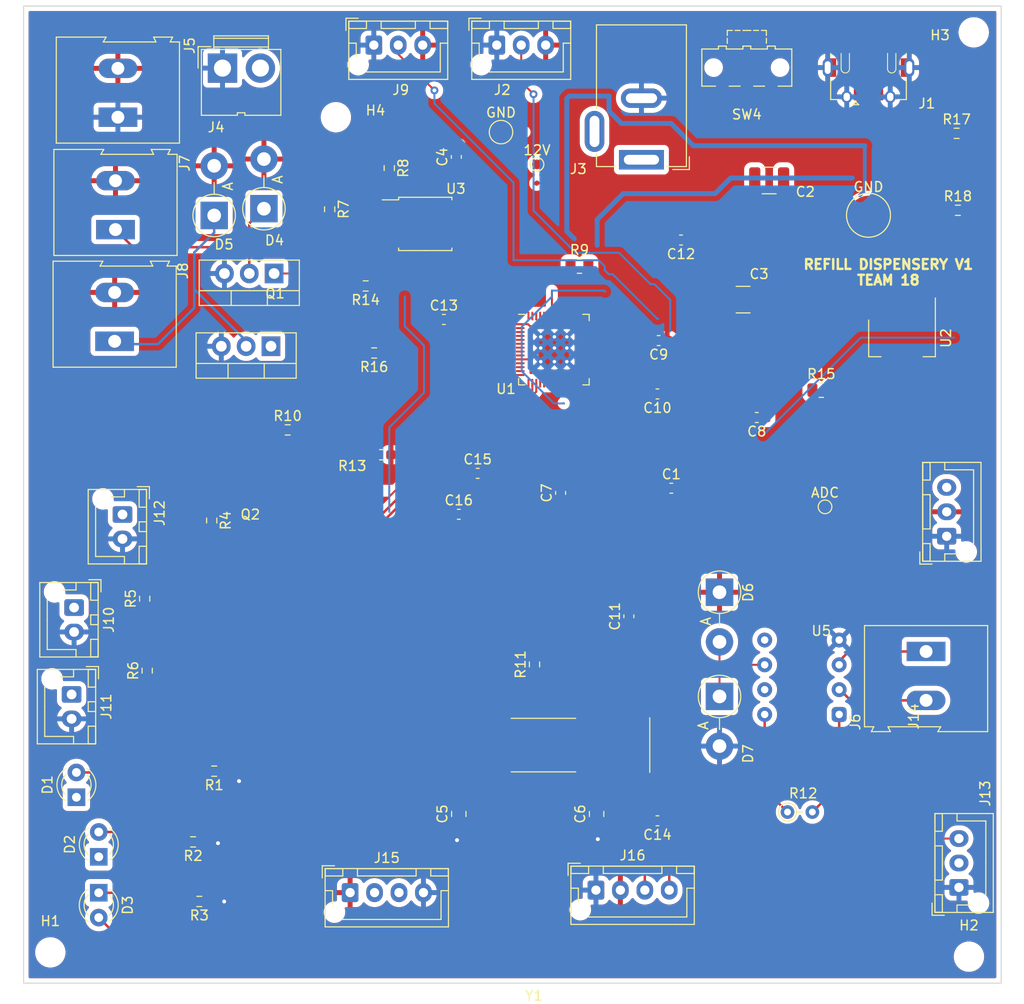
<source format=kicad_pcb>
(kicad_pcb (version 20211014) (generator pcbnew)
  (layers (0 "F.Cu" signal) (31 "B.Cu" signal) (34 "B.Paste" user) (35 "F.Paste" user) (36 "B.SilkS" user "B.Silkscreen") (37 "F.SilkS" user "F.Silkscreen") (38 "B.Mask" user) (39 "F.Mask" user) (44 "Edge.Cuts" user))
  (net 0 "")
  (net 1 "+3.3V")
  (net 2 "/S_SCL")
  (net 3 "GND")
  (net 4 "Net-(C2-Pad1)")
  (net 5 "Net-(C6-Pad2)")
  (net 6 "Net-(D1-Pad1)")
  (net 7 "/LED1")
  (net 8 "Net-(D2-Pad1)")
  (net 9 "/LED2")
  (net 10 "Net-(D3-Pad1)")
  (net 11 "/LED3")
  (net 12 "/ADC0")
  (net 13 "Net-(J1-Pad1)")
  (net 14 "/USB_D-")
  (net 15 "/USB_D+")
  (net 17 "+12V")
  (net 19 "Net-(J4-Pad2)")
  (net 20 "/Load_cell-")
  (net 21 "/Load_cell+")
  (net 22 "/V1")
  (net 23 "/V2")
  (net 24 "/SW1")
  (net 25 "/SW2")
  (net 26 "/SW3")
  (net 27 "/QSPI_SS")
  (net 28 "Net-(R9-Pad2)")
  (net 29 "/S_SDA")
  (net 30 "Net-(R12-Pad1)")
  (net 31 "Net-(R12-Pad2)")
  (net 32 "Net-(R15-Pad2)")
  (net 33 "/P1")
  (net 34 "/P2")
  (net 39 "Net-(C14-Pad1)")
  (net 40 "Net-(C14-Pad2)")
  (net 53 "/QSPI_SD3")
  (net 54 "/QSPI_SCLK")
  (net 55 "/QSPI_SD0")
  (net 56 "/QSPI_SD2")
  (net 57 "/QSPI_SD1")
  (net 58 "+1V1")
  (net 59 "/CLK_IN")
  (net 60 "/CLK_OUT")
  (net 61 "Net-(D4-Pad1)")
  (net 62 "Net-(D5-Pad1)")
  (net 66 "Net-(Q1-Pad1)")
  (net 67 "Net-(Q2-Pad1)")
  (net 68 "/SWD")
  (net 69 "/SWCLK")
  (net 70 "Net-(J14-Pad3)")
  (net 71 "Net-(J2-Pad2)")
  (net 72 "Net-(J9-Pad2)")
  (footprint "Crystal:Crystal_SMD_SeikoEpson_MA505-2Pin_12.7x5.1mm_HandSoldering" (layer "F.Cu") (at 101.2435 149.987 180)
    (fp_text reference "Y1")
    (fp_text value "Crystal")
  )
  (footprint "Diode_THT:D_5W_P5.08mm_Vertical_AnodeUp" (layer "F.Cu") (at 119.253 134.339875 -90)
    (fp_text reference "D6")
    (fp_text value "D")
  )
  (footprint "Capacitor_SMD:C_0603_1608Metric_Pad1.08x0.95mm_HandSolder" (layer "F.Cu") (at 92.583 126.365)
    (fp_text reference "C16")
    (fp_text value "100n")
  )
  (footprint "Capacitor_SMD:C_0603_1608Metric_Pad1.08x0.95mm_HandSolder" (layer "F.Cu") (at 112.903 157.734 180)
    (fp_text reference "C14")
    (fp_text value "1u")
  )
  (footprint "Resistor_SMD:R_0603_1608Metric_Pad0.98x0.95mm_HandSolder" (layer "F.Cu") (at 75.0805 117.729)
    (fp_text reference "R10")
    (fp_text value "10k")
  )
  (footprint "" (layer "F.Cu") (at 102.362 110.744)
    (fp_text reference "")
    (fp_text value "")
  )
  (footprint "Amplifier_Instrumentation:AD622" (layer "F.Cu") (at 118.794 144.311125 90)
    (fp_text reference "U5")
    (fp_text value "AD622")
  )
  (footprint "Connector_JST:JST_XH_B3B-XH-AM_1x03_P2.50mm_Vertical" (layer "F.Cu") (at 142.494 128.611 90)
    (fp_text reference "J14")
    (fp_text value "SWD")
  )
  (footprint "Resistor_SMD:R_0603_1608Metric_Pad0.98x0.95mm_HandSolder" (layer "F.Cu") (at 84.7325 120.269)
    (fp_text reference "R13")
    (fp_text value "10k")
  )
  (footprint "Connector_BarrelJack:BarrelJack_GCT_DCJ200-10-A_Horizontal" (layer "F.Cu") (at 111.267 90.0775 180)
    (fp_text reference "J3")
    (fp_text value "Barrel_Jack_Switch")
  )
  (footprint "Resistor_SMD:R_0603_1608Metric_Pad0.98x0.95mm_HandSolder" (layer "F.Cu") (at 83.058 102.997 180)
    (fp_text reference "R14")
    (fp_text value "10k")
  )
  (footprint "Resistor_SMD:R_0603_1608Metric_Pad0.98x0.95mm_HandSolder" (layer "F.Cu") (at 83.9235 109.855 180)
    (fp_text reference "R16")
    (fp_text value "10k")
  )
  (footprint "TestPoint:TestPoint_Pad_D1.0mm" (layer "F.Cu") (at 130.048 125.603)
    (fp_text reference "ADC")
    (fp_text value "TestPoint_Pad_D1.0mm")
  )
  (footprint "Resistor_SMD:R_0603_1608Metric_Pad0.98x0.95mm_HandSolder" (layer "F.Cu") (at 143.51 87.376)
    (fp_text reference "R17")
    (fp_text value "200")
  )
  (footprint "TestPoint:TestPoint_Pad_D4.0mm" (layer "F.Cu") (at 134.493 95.758)
    (fp_text reference "GND")
    (fp_text value "TestPoint_Pad_D4.0mm")
  )
  (footprint "Resistor_SMD:R_0603_1608Metric_Pad0.98x0.95mm_HandSolder" (layer "F.Cu") (at 79.375 95.1465 -90)
    (fp_text reference "R7")
    (fp_text value "1K")
  )
  (footprint "Connector:JWT_A3963_1x02_P3.96mm_Vertical" (layer "F.Cu") (at 68.4125 80.7)
    (fp_text reference "J4")
    (fp_text value "USB_BOOT")
  )
  (footprint "" (layer "F.Cu") (at 100.965 109.347)
    (fp_text reference "")
    (fp_text value "")
  )
  (footprint "Diode_THT:D_5W_P5.08mm_Vertical_AnodeUp" (layer "F.Cu") (at 67.56 95.780051 90)
    (fp_text reference "D5")
    (fp_text value "DIODE")
  )
  (footprint "Capacitor_SMD:C_0603_1608Metric_Pad1.08x0.95mm_HandSolder" (layer "F.Cu") (at 94.5145 122.174)
    (fp_text reference "C15")
    (fp_text value "100n")
  )
  (footprint "Resistor_SMD:R_0603_1608Metric_Pad0.98x0.95mm_HandSolder" (layer "F.Cu") (at 85.471 90.932 -90)
    (fp_text reference "R8")
    (fp_text value "DNF")
  )
  (footprint "Resistor_SMD:R_0603_1608Metric_Pad0.98x0.95mm_HandSolder" (layer "F.Cu") (at 67.564 152.654 180)
    (fp_text reference "R1")
    (fp_text value "1K")
  )
  (footprint "TerminalBlock:TerminalBlock_Altech_AK300-2_P5.00mm" (layer "F.Cu") (at 57.4655 97.225 90)
    (fp_text reference "J7")
    (fp_text value "Inductor 1")
  )
  (footprint "Connector_JST:JST_XH_B3B-XH-AM_1x03_P2.50mm_Vertical" (layer "F.Cu") (at 83.89 78.345)
    (fp_text reference "J9")
    (fp_text value "Pot 2")
  )
  (footprint "" (layer "F.Cu") (at 103.632 110.744)
    (fp_text reference "")
    (fp_text value "")
  )
  (footprint "Package_TO_SOT_SMD:SOT-223-3_TabPin2" (layer "F.Cu") (at 137.922 108.331 -90)
    (fp_text reference "U2")
    (fp_text value "NCP1117-3.3_SOT223")
  )
  (footprint "Resistor_SMD:R_0603_1608Metric_Pad0.98x0.95mm_HandSolder" (layer "F.Cu") (at 65.405 159.893 180)
    (fp_text reference "R2")
    (fp_text value "1K")
  )
  (footprint "TerminalBlock:TerminalBlock_Altech_AK300-2_P5.00mm" (layer "F.Cu") (at 57.38 108.66 90)
    (fp_text reference "J8")
    (fp_text value "Inductor 2")
  )
  (footprint "LED_THT:LED_D3.0mm" (layer "F.Cu") (at 55.753 165.1 -90)
    (fp_text reference "D3")
    (fp_text value "LED")
  )
  (footprint "Resistor_SMD:R_0603_1608Metric_Pad0.98x0.95mm_HandSolder" (layer "F.Cu") (at 66.04 165.989 180)
    (fp_text reference "R3")
    (fp_text value "1K")
  )
  (footprint "LED_THT:LED_D3.0mm" (layer "F.Cu") (at 53.467 155.326 90)
    (fp_text reference "D1")
    (fp_text value "LED")
  )
  (footprint "" (layer "F.Cu") (at 100.965 108.204)
    (fp_text reference "")
    (fp_text value "")
  )
  (footprint "MountingHole:MountingHole_2.1mm" (layer "F.Cu") (at 145.26 77.04)
    (fp_text reference "H3")
    (fp_text value "MountingHole")
  )
  (footprint "LED_THT:LED_D3.0mm" (layer "F.Cu") (at 55.753 161.422 90)
    (fp_text reference "D2")
    (fp_text value "LED")
  )
  (footprint "Capacitor_SMD:C_0805_2012Metric" (layer "F.Cu") (at 106.68 157.033 90)
    (fp_text reference "C6")
    (fp_text value "27p")
  )
  (footprint "Resistor_THT:R_Axial_DIN0204_L3.6mm_D1.6mm_P2.54mm_Vertical" (layer "F.Cu") (at 126.21 156.838125)
    (fp_text reference "R12")
    (fp_text value "R")
  )
  (footprint "Connector_JST:JST_XH_B2B-XH-AM_1x02_P2.50mm_Vertical" (layer "F.Cu") (at 58.183 126.385 -90)
    (fp_text reference "J12")
    (fp_text value "Switch 1")
  )
  (footprint "MountingHole:MountingHole_2.1mm" (layer "F.Cu") (at 80.01 85.725)
    (fp_text reference "H4")
    (fp_text value "MountingHole")
  )
  (footprint "MountingHole:MountingHole_2.1mm" (layer "F.Cu") (at 50.8 171.2)
    (fp_text reference "H1")
    (fp_text value "MountingHole")
  )
  (footprint "Capacitor_SMD:C_0603_1608Metric_Pad1.08x0.95mm_HandSolder" (layer "F.Cu") (at 92.329 89.789 90)
    (fp_text reference "C4")
    (fp_text value "100n")
  )
  (footprint "TestPoint:TestPoint_Pad_D1.0mm" (layer "F.Cu") (at 100.584 90.551)
    (fp_text reference "12V")
    (fp_text value "TestPoint_Pad_D1.0mm")
  )
  (footprint "Capacitor_SMD:C_0805_2012Metric" (layer "F.Cu") (at 92.583 157.033 90)
    (fp_text reference "C5")
    (fp_text value "27p")
  )
  (footprint "Connector_USB:USB_Micro-AB_Molex_47590-0001" (layer "F.Cu") (at 134.493 80.645 180)
    (fp_text reference "J1")
    (fp_text value "USB_B_Micro")
  )
  (footprint "Resistor_SMD:R_0603_1608Metric_Pad0.98x0.95mm_HandSolder" (layer "F.Cu") (at 100.33 141.732 90)
    (fp_text reference "R11")
    (fp_text value "1k")
  )
  (footprint "Connector_JST:JST_XH_B2B-XH-AM_1x02_P2.50mm_Vertical" (layer "F.Cu") (at 52.976 144.8 -90)
    (fp_text reference "J11")
    (fp_text value "Switch 3")
  )
  (footprint "TestPoint:TestPoint_Pad_D2.0mm" (layer "F.Cu") (at 96.901 87.249)
    (fp_text reference "GND")
    (fp_text value "TestPoint_Pad_D2.0mm")
  )
  (footprint "Package_DFN_QFN:QFN-56-1EP_7x7mm_P0.4mm_EP3.2x3.2mm" (layer "F.Cu") (at 102.3095 109.51)
    (fp_text reference "U1")
    (fp_text value "RP2040")
  )
  (footprint "" (layer "F.Cu") (at 102.362 108.204)
    (fp_text reference "")
    (fp_text value "")
  )
  (footprint "Resistor_SMD:R_0805_2012Metric" (layer "F.Cu") (at 104.9255 100.965)
    (fp_text reference "R9")
    (fp_text value "27")
  )
  (footprint "Capacitor_SMD:C_0603_1608Metric_Pad1.08x0.95mm_HandSolder" (layer "F.Cu") (at 123.063 116.459 180)
    (fp_text reference "C8")
    (fp_text value "1u")
  )
  (footprint "Button_Switch_SMD:SW_SPDT_CK-JS102011SAQN" (layer "F.Cu") (at 122.047 80.645 180)
    (fp_text reference "SW4")
    (fp_text value "SW_SPDT")
  )
  (footprint "Package_TO_SOT_THT:TO-220-3_Vertical" (layer "F.Cu") (at 73.37 109.165 180)
    (fp_text reference "Q2")
    (fp_text value "TIP120")
  )
  (footprint "Capacitor_SMD:C_0603_1608Metric_Pad1.08x0.95mm_HandSolder" (layer "F.Cu") (at 109.982 136.8055 90)
    (fp_text reference "C11")
    (fp_text value "1u")
  )
  (footprint "Capacitor_SMD:C_0603_1608Metric_Pad1.08x0.95mm_HandSolder" (layer "F.Cu") (at 112.903 114.046 180)
    (fp_text reference "C10")
    (fp_text value "100n")
  )
  (footprint "Diode_THT:D_5W_P5.08mm_Vertical_AnodeUp" (layer "F.Cu") (at 72.65 95.09 90)
    (fp_text reference "D4")
    (fp_text value "DIODE")
  )
  (footprint "Capacitor_SMD:C_0603_1608Metric_Pad1.08x0.95mm_HandSolder" (layer "F.Cu") (at 115.316 98.298 180)
    (fp_text reference "C12")
    (fp_text value "100n")
  )
  (footprint "Connector_JST:JST_XH_B4B-XH-AM_1x04_P2.50mm_Vertical" (layer "F.Cu") (at 106.613 164.829)
    (fp_text reference "J16")
    (fp_text value "Screen Backlight")
  )
  (footprint "TerminalBlock:TerminalBlock_Altech_AK300-2_P5.00mm" (layer "F.Cu") (at 57.71 85.725 90)
    (fp_text reference "J5")
    (fp_text value "Load Cell Power")
  )
  (footprint "Resistor_SMD:R_0603_1608Metric_Pad0.98x0.95mm_HandSolder" (layer "F.Cu") (at 67.31 127 -90)
    (fp_text reference "R4")
    (fp_text value "1K")
  )
  (footprint "Capacitor_SMD:C_0603_1608Metric_Pad1.08x0.95mm_HandSolder" (layer "F.Cu") (at 91.059 106.426)
    (fp_text reference "C13")
    (fp_text value "100n")
  )
  (footprint "MountingHole:MountingHole_2.1mm" (layer "F.Cu") (at 144.77 171.64)
    (fp_text reference "H2")
    (fp_text value "MountingHole")
  )
  (footprint "Connector_JST:JST_XH_B4B-XH-AM_1x04_P2.50mm_Vertical" (layer "F.Cu") (at 81.467 165.083)
    (fp_text reference "J15")
    (fp_text value "Screen data")
  )
  (footprint "Diode_THT:D_5W_P5.08mm_Vertical_AnodeUp" (layer "F.Cu") (at 119.253 145.007875 -90)
    (fp_text reference "D7")
    (fp_text value "D")
  )
  (footprint "Connector_JST:JST_XH_B3B-XH-AM_1x03_P2.50mm_Vertical" (layer "F.Cu") (at 143.747 164.552 90)
    (fp_text reference "J13")
    (fp_text value "SWD")
  )
  (footprint "Resistor_SMD:R_0603_1608Metric_Pad0.98x0.95mm_HandSolder" (layer "F.Cu") (at 60.706 142.367 90)
    (fp_text reference "R6")
    (fp_text value "1K")
  )
  (footprint "Capacitor_SMD:C_1210_3225Metric" (layer "F.Cu") (at 124.333 92.202)
    (fp_text reference "C2")
    (fp_text value "10u")
  )
  (footprint "" (layer "F.Cu") (at 100.965 110.744)
    (fp_text reference "")
    (fp_text value "")
  )
  (footprint "Package_SO:SOIC-8_5.23x5.23mm_P1.27mm" (layer "F.Cu") (at 89.154 96.647)
    (fp_text reference "U3")
    (fp_text value "Flash Memory")
  )
  (footprint "" (layer "F.Cu") (at 103.632 109.347)
    (fp_text reference "")
    (fp_text value "")
  )
  (footprint "Resistor_SMD:R_0805_2012Metric" (layer "F.Cu") (at 129.667 113.665)
    (fp_text reference "R15")
    (fp_text value "27")
  )
  (footprint "Capacitor_SMD:C_0603_1608Metric_Pad1.08x0.95mm_HandSolder" (layer "F.Cu") (at 113.03 108.585 180)
    (fp_text reference "C9")
    (fp_text value "100n")
  )
  (footprint "Connector_JST:JST_XH_B2B-XH-AM_1x02_P2.50mm_Vertical" (layer "F.Cu") (at 53.23 135.91 -90)
    (fp_text reference "J10")
    (fp_text value "Switch 2")
  )
  (footprint "Resistor_SMD:R_0603_1608Metric_Pad0.98x0.95mm_HandSolder" (layer "F.Cu") (at 143.637 95.25)
    (fp_text reference "R18")
    (fp_text value "200")
  )
  (footprint "" (layer "F.Cu") (at 103.632 108.204)
    (fp_text reference "")
    (fp_text value "")
  )
  (footprint "TerminalBlock:TerminalBlock_Altech_AK300-2_P5.00mm" (layer "F.Cu") (at 140.384 140.408125 -90)
    (fp_text reference "J6")
    (fp_text value "Load Cell Data")
  )
  (footprint "Resistor_SMD:R_0603_1608Metric_Pad0.98x0.95mm_HandSolder" (layer "F.Cu") (at 60.452 135.001 90)
    (fp_text reference "R5")
    (fp_text value "1K")
  )
  (footprint "Capacitor_SMD:C_0603_1608Metric_Pad1.08x0.95mm_HandSolder" (layer "F.Cu") (at 114.3265 123.698)
    (fp_text reference "C1")
    (fp_text value "100n")
  )
  (footprint "Connector_JST:JST_XH_B3B-XH-AM_1x03_P2.50mm_Vertical" (layer "F.Cu") (at 96.47 78.345)
    (fp_text reference "J2")
    (fp_text value "Pot 1")
  )
  (footprint "Capacitor_SMD:C_0603_1608Metric_Pad1.08x0.95mm_HandSolder" (layer "F.Cu") (at 102.997 124.1795 90)
    (fp_text reference "C7")
    (fp_text value "100n")
  )
  (footprint "Package_TO_SOT_THT:TO-220-3_Vertical" (layer "F.Cu") (at 73.69 101.72 180)
    (fp_text reference "Q1")
    (fp_text value "TIP120")
  )
  (footprint "Capacitor_SMD:C_1210_3225Metric" (layer "F.Cu") (at 121.666 104.394 180)
    (fp_text reference "C3")
    (fp_text value "10u")
  )
  (footprint "" (layer "F.Cu") (at 102.362 109.347)
    (fp_text reference "")
    (fp_text value "")
  )
  (gr_rect (start 48.07 74.35) (end 148.07 174.35) (layer "Edge.Cuts") (width 0.1) (fill none))
  (gr_text "REFILL DISPENSERY V1\nTEAM 18\n" (at 136.525 101.6) (layer "F.SilkS") (effects (font (size 1 1) (thickness 0.25))))
  (segment (start 104.521 106.061) (end 104.521 105.156) (width 0.2) (layer "F.Cu") (net 1))
  (segment (start 104.9095 105.5295) (end 105.1205 105.5295) (width 0.2) (layer "F.Cu") (net 1))
  (segment (start 104.51 106.91) (end 104.5095 106.9095) (width 0.2) (layer "F.Cu") (net 1))
  (segment (start 98.872 106.91) (end 97.67 106.91) (width 0.2) (layer "F.Cu") (net 1))
  (segment (start 102.5095 106.0725) (end 102.5095 107.0405) (width 0.2) (layer "F.Cu") (net 1))
  (segment (start 102.9095 107.2095) (end 102.92 107.22) (width 0.2) (layer "F.Cu") (net 1))
  (segment (start 102.9095 106.0725) (end 102.9095 107.2095) (width 0.2) (layer "F.Cu") (net 1))
  (segment (start 102.5095 107.0405) (end 102.45 107.1) (width 0.2) (layer "F.Cu") (net 1))
  (segment (start 98.872 110.51) (end 99.99 110.51) (width 0.2) (layer "F.Cu") (net 1))
  (segment (start 104.9095 106.5095) (end 104.5095 106.9095) (width 0.2) (layer "F.Cu") (net 1))
  (segment (start 105.747 106.91) (end 106.97 106.91) (width 0.2) (layer "F.Cu") (net 1))
  (segment (start 104.5095 106.9095) (end 104.5095 106.0725) (width 0.2) (layer "F.Cu") (net 1))
  (segment (start 104.79 110.51) (end 104.77 110.53) (width 0.2) (layer "F.Cu") (net 1))
  (segment (start 104.9095 105.5295) (end 104.9095 106.0725) (width 0.2) (layer "F.Cu") (net 1))
  (segment (start 104.51 106.91) (end 104.51 107.25) (width 0.2) (layer "F.Cu") (net 1))
  (segment (start 105.747 106.91) (end 104.65 106.91) (width 0.2) (layer "F.Cu") (net 1))
  (segment (start 98.872 110.51) (end 97.7 110.51) (width 0.2) (layer "F.Cu") (net 1))
  (segment (start 105.747 110.51) (end 107.45 110.51) (width 0.2) (layer "F.Cu") (net 1))
  (segment (start 104.5095 106.0725) (end 104.521 106.061) (width 0.2) (layer "F.Cu") (net 1))
  (segment (start 104.65 106.91) (end 104.51 106.91) (width 0.2) (layer "F.Cu") (net 1))
  (segment (start 104.9095 106.0725) (end 104.9095 106.5095) (width 0.2) (layer "F.Cu") (net 1))
  (segment (start 98.872 106.91) (end 99.67 106.91) (width 0.2) (layer "F.Cu") (net 1))
  (segment (start 105.1205 105.5295) (end 105.48 105.17) (width 0.2) (layer "F.Cu") (net 1))
  (segment (start 105.747 110.51) (end 104.79 110.51) (width 0.2) (layer "F.Cu") (net 1))
  (segment (start 99.67 106.91) (end 100.02 107.26) (width 0.2) (layer "F.Cu") (net 1))
  (segment (start 102.5095 112.9475) (end 102.5095 111.8805) (width 0.2) (layer "F.Cu") (net 1))
  (segment (start 89.027 109.093) (end 89.027 113.919) (width 0.2) (layer "B.Cu") (net 1))
  (segment (start 89.027 113.919) (end 85.471 117.475) (width 0.2) (layer "B.Cu") (net 1))
  (segment (start 85.471 117.475) (end 85.471 126.111) (width 0.2) (layer "B.Cu") (net 1))
  (segment (start 87.06 107.126) (end 88.9 108.966) (width 0.2) (layer "B.Cu") (net 1))
  (segment (start 88.9 108.966) (end 89.027 109.093) (width 0.2) (layer "B.Cu") (net 1))
  (segment (start 87.06 104.07) (end 87.06 107.126) (width 0.2) (layer "B.Cu") (net 1))
  (segment (start 111.267 83.7775) (end 110.9745 84.07) (width 0.2) (layer "F.Cu") (net 3))
  (segment (start 99.314 87.249) (end 96.901 87.249) (width 0.2) (layer "F.Cu") (net 3))
  (segment (start 67.818 159.893) (end 67.95 160.025) (width 0.2) (layer "F.Cu") (net 3))
  (segment (start 92.583 159.534) (end 92.403 159.714) (width 0.2) (layer "F.Cu") (net 3))
  (segment (start 92.583 157.983) (end 92.583 159.534) (width 0.2) (layer "F.Cu") (net 3))
  (segment (start 69.972 153.538) (end 70.104 153.67) (width 0.2) (layer "F.Cu") (net 3))
  (segment (start 106.68 159.491) (end 106.803 159.614) (width 0.2) (layer "F.Cu") (net 3))
  (segment (start 68.453 165.862) (end 68.585 165.994) (width 0.2) (layer "F.Cu") (net 3))
  (segment (start 106.68 157.983) (end 106.68 159.491) (width 0.2) (layer "F.Cu") (net 3))
  (via (at 70.104 153.67) (size 0.8) (drill 0.4) (layers "F.Cu" "B.Cu") (net 3))
  (via (at 106.803 159.614) (size 0.8) (drill 0.4) (layers "F.Cu" "B.Cu") (net 3))
  (via (at 68.585 165.994) (size 0.8) (drill 0.4) (layers "F.Cu" "B.Cu") (net 3))
  (via (at 67.95 160.025) (size 0.8) (drill 0.4) (layers "F.Cu" "B.Cu") (net 3))
  (via (at 92.403 159.714) (size 0.8) (drill 0.4) (layers "F.Cu" "B.Cu") (net 3))
  (segment (start 106.68 149.225) (end 105.103 149.225) (width 0.2) (layer "F.Cu") (net 5))
  (segment (start 106.68 149.225) (end 106.68 156.083) (width 0.2) (layer "F.Cu") (net 5))
  (segment (start 66.6515 152.654) (end 66.6515 152.1655) (width 0.25) (layer "F.Cu") (net 6))
  (segment (start 82.169 127.381) (end 82.649 127.381) (width 0.2) (layer "F.Cu") (net 7))
  (segment (start 99.7095 113.3965) (end 99.7095 112.9475) (width 0.2) (layer "F.Cu") (net 7))
  (segment (start 53.467 152.786) (end 60.574 152.786) (width 0.25) (layer "F.Cu") (net 7))
  (segment (start 69.596 143.764) (end 69.596 139.446) (width 0.25) (layer "F.Cu") (net 7))
  (segment (start 95.876 117.23) (end 99.7095 113.3965) (width 0.2) (layer "F.Cu") (net 7))
  (segment (start 82.649 127.381) (end 92.8 117.23) (width 0.2) (layer "F.Cu") (net 7))
  (segment (start 69.596 139.446) (end 78.107372 130.934628) (width 0.25) (layer "F.Cu") (net 7))
  (segment (start 60.574 152.786) (end 69.596 143.764) (width 0.25) (layer "F.Cu") (net 7))
  (segment (start 78.107372 130.939372) (end 78.359 131.191) (width 0.2) (layer "F.Cu") (net 7))
  (segment (start 92.8 117.23) (end 95.876 117.23) (width 0.2) (layer "F.Cu") (net 7))
  (segment (start 78.359 131.191) (end 82.169 127.381) (width 0.2) (layer "F.Cu") (net 7))
  (segment (start 96.13 117.63) (end 100.1095 113.6505) (width 0.2) (layer "F.Cu") (net 9))
  (segment (start 86.724372 124.349628) (end 86.750372 124.349628) (width 0.25) (layer "F.Cu") (net 9))
  (segment (start 93.47 117.63) (end 96.13 117.63) (width 0.2) (layer "F.Cu") (net 9))
  (segment (start 86.750372 124.349628) (end 93.47 117.63) (width 0.2) (layer "F.Cu") (net 9))
  (segment (start 100.1095 113.6505) (end 100.1095 112.9475) (width 0.2) (layer "F.Cu") (net 9))
  (segment (start 76.073 135.001) (end 86.724372 124.349628) (width 0.25) (layer "F.Cu") (net 9))
  (segment (start 76.073 153.924) (end 76.073 135.001) (width 0.25) (layer "F.Cu") (net 9))
  (segment (start 55.753 158.882) (end 71.115 158.882) (width 0.25) (layer "F.Cu") (net 9))
  (segment (start 71.115 158.882) (end 76.073 153.924) (width 0.25) (layer "F.Cu") (net 9))
  (segment (start 55.753 165.1) (end 64.2385 165.1) (width 0.25) (layer "F.Cu") (net 10))
  (segment (start 64.2385 165.1) (end 65.1275 165.989) (width 0.25) (layer "F.Cu") (net 10))
  (segment (start 93.92 118.03) (end 96.295686 118.03) (width 0.2) (layer "F.Cu") (net 11))
  (segment (start 87.68 124.27) (end 93.92 118.03) (width 0.2) (layer "F.Cu") (net 11))
  (segment (start 76.962 166.878) (end 76.962 134.988) (width 0.25) (layer "F.Cu") (net 11))
  (segment (start 58.42 170.307) (end 73.533 170.307) (width 0.25) (layer "F.Cu") (net 11))
  (segment (start 76.962 134.988) (end 87.68 124.27) (width 0.25) (layer "F.Cu") (net 11))
  (segment (start 55.753 167.64) (end 58.42 170.307) (width 0.25) (layer "F.Cu") (net 11))
  (segment (start 100.5095 113.816186) (end 100.5095 112.9475) (width 0.2) (layer "F.Cu") (net 11))
  (segment (start 96.295686 118.03) (end 100.5095 113.816186) (width 0.2) (layer "F.Cu") (net 11))
  (segment (start 73.533 170.307) (end 76.962 166.878) (width 0.25) (layer "F.Cu") (net 11))
  (segment (start 114.173 116.713) (end 114.193695 116.733695) (width 0.2) (layer "F.Cu") (net 12))
  (segment (start 123.874 141.771125) (end 119.266 141.771125) (width 0.2) (layer "F.Cu") (net 12))
  (segment (start 119.266 141.771125) (end 119.23925 141.744375) (width 0.2) (layer "F.Cu") (net 12))
  (segment (start 119.253 141.758125) (end 119.253 139.419875) (width 0.2) (layer "F.Cu") (net 12))
  (segment (start 119.253 145.007875) (end 119.253 141.758125) (width 0.2) (layer "F.Cu") (net 12))
  (segment (start 119.266 141.771125) (end 119.253 141.758125) (width 0.2) (layer "F.Cu") (net 12))
  (segment (start 120.396 91.948) (end 132.842 91.948) (width 0.508) (layer "B.Cu") (net 14))
  (segment (start 106.74 96.206) (end 109.4045 93.5415) (width 0.508) (layer "B.Cu") (net 14))
  (segment (start 118.8025 93.5415) (end 120.396 91.948) (width 0.508) (layer "B.Cu") (net 14))
  (segment (start 109.4045 93.5415) (end 118.8025 93.5415) (width 0.508) (layer "B.Cu") (net 14))
  (segment (start 106.74 98.83) (end 106.74 96.206) (width 0.508) (layer "B.Cu") (net 14))
  (segment (start 107.95 85.09) (end 109.22 86.36) (width 0.508) (layer "B.Cu") (net 15))
  (segment (start 133.604 93.726) (end 134.112 93.218) (width 0.381) (layer "B.Cu") (net 15))
  (segment (start 107.95 83.566) (end 107.95 85.09) (width 0.508) (layer "B.Cu") (net 15))
  (segment (start 109.22 86.36) (end 114.3 86.36) (width 0.508) (layer "B.Cu") (net 15))
  (segment (start 116.586 88.646) (end 134.112 88.646) (width 0.508) (layer "B.Cu") (net 15))
  (segment (start 134.112 93.218) (end 134.112 88.646) (width 0.381) (layer "B.Cu") (net 15))
  (segment (start 104.394 98.16) (end 103.632 97.398) (width 0.508) (layer "B.Cu") (net 15))
  (segment (start 103.886 83.566) (end 107.95 83.566) (width 0.508) (layer "B.Cu") (net 15))
  (segment (start 103.632 83.82) (end 103.886 83.566) (width 0.508) (layer "B.Cu") (net 15))
  (segment (start 114.3 86.36) (end 116.586 88.646) (width 0.508) (layer "B.Cu") (net 15))
  (segment (start 103.632 97.398) (end 103.632 83.82) (width 0.508) (layer "B.Cu") (net 15))
  (segment (start 111.267 90.0775) (end 111.267 90.6005) (width 0.2) (layer "F.Cu") (net 17))
  (segment (start 100.584 92.456) (end 100.5495 92.4905) (width 0.508) (layer "F.Cu") (net 17))
  (segment (start 140.384 140.408125) (end 132.481 140.408125) (width 0.254) (layer "F.Cu") (net 20))
  (segment (start 132.481 140.408125) (end 131.113 141.776125) (width 0.254) (layer "F.Cu") (net 20))
  (segment (start 132.664 145.408125) (end 140.384 145.408125) (width 0.254) (layer "F.Cu") (net 21))
  (segment (start 131.572 144.316125) (end 132.664 145.408125) (width 0.254) (layer "F.Cu") (net 21))
  (segment (start 85.471 92.268) (end 85.471 94.659) (width 0.2) (layer "F.Cu") (net 27))
  (segment (start 85.471 94.659) (end 85.554 94.742) (width 0.254) (layer "F.Cu") (net 27))
  (segment (start 123.874 146.851125) (end 123.874 154.502125) (width 0.25) (layer "F.Cu") (net 30))
  (segment (start 123.874 154.502125) (end 126.21 156.838125) (width 0.25) (layer "F.Cu") (net 30))
  (segment (start 131.494 154.094125) (end 128.75 156.838125) (width 0.25) (layer "F.Cu") (net 31))
  (segment (start 131.494 146.851125) (end 131.494 154.094125) (width 0.25) (layer "F.Cu") (net 31))
  (segment (start 103.7095 104.836129) (end 103.7095 106.0725) (width 0.2) (layer "F.Cu") (net 32))
  (via (at 90.09 82.98) (size 0.8) (drill 0.4) (layers "F.Cu" "B.Cu") (net 34))
  (segment (start 114.113 159.7325) (end 114.113 164.829) (width 0.25) (layer "F.Cu") (net 39))
  (segment (start 113.8925 159.512) (end 114.113 159.7325) (width 0.25) (layer "F.Cu") (net 39))
  (segment (start 111.613 160.0665) (end 111.613 164.829) (width 0.25) (layer "F.Cu") (net 40))
  (segment (start 112.1675 159.512) (end 111.613 160.0665) (width 0.25) (layer "F.Cu") (net 40))
  (segment (start 94.35 96.13) (end 94.232 96.012) (width 0.2) (layer "F.Cu") (net 53))
  (segment (start 94.232 96.012) (end 92.754 96.012) (width 0.2) (layer "F.Cu") (net 53))
  (segment (start 94.35 97.40342) (end 94.35 96.13) (width 0.2) (layer "F.Cu") (net 53))
  (segment (start 92.754 97.282) (end 93.662894 97.282) (width 0.2) (layer "F.Cu") (net 54))
  (segment (start 92.754 98.552) (end 94.367208 98.552) (width 0.2) (layer "F.Cu") (net 55))
  (segment (start 103.338 115.022) (end 103.303 114.987) (width 0.2) (layer "F.Cu") (net 58))
  (segment (start 104.1095 105.5485) (end 104.1095 106.0725) (width 0.2) (layer "F.Cu") (net 58))
  (segment (start 102.1095 106.0725) (end 102.1095 103.4695) (width 0.2) (layer "F.Cu") (net 58))
  (segment (start 104.121 104.990315) (end 104.121 105.537) (width 0.2) (layer "F.Cu") (net 58))
  (segment (start 102.1095 103.4695) (end 107.4395 103.4695) (width 0.2) (layer "B.Cu") (net 58))
  (segment (start 99.02 111.72) (end 102.322 115.022) (width 0.2) (layer "B.Cu") (net 58))
  (segment (start 102.322 115.022) (end 103.338 115.022) (width 0.2) (layer "B.Cu") (net 58))
  (segment (start 102.1095 104.0905) (end 99.02 107.18) (width 0.2) (layer "B.Cu") (net 58))
  (segment (start 99.02 107.18) (end 99.02 111.72) (width 0.2) (layer "B.Cu") (net 58))
  (segment (start 107.4395 103.4695) (end 107.56 103.59) (width 0.2) (layer "B.Cu") (net 58))
  (segment (start 102.1095 103.4695) (end 102.1095 104.0905) (width 0.2) (layer "B.Cu") (net 58))
  (segment (start 92.505 156.005) (end 92.583 156.083) (width 0.2) (layer "F.Cu") (net 59))
  (segment (start 92.505 149.225) (end 92.505 156.005) (width 0.2) (layer "F.Cu") (net 59))
  (segment (start 71.15 96.59) (end 72.65 95.09) (width 0.254) (layer "F.Cu") (net 61))
  (segment (start 59.2705 99.03) (end 71.15 99.03) (width 0.254) (layer "F.Cu") (net 61))
  (segment (start 71.15 101.72) (end 71.15 99.03) (width 0.254) (layer "F.Cu") (net 61))
  (segment (start 71.15 99.03) (end 71.15 96.59) (width 0.254) (layer "F.Cu") (net 61))
  (segment (start 57.4655 97.225) (end 59.2705 99.03) (width 0.254) (layer "F.Cu") (net 61))
  (segment (start 67.56 97.53) (end 67.56 95.780051) (width 0.254) (layer "B.Cu") (net 62))
  (segment (start 70.83 109.165) (end 70.83 108.63) (width 0.254) (layer "B.Cu") (net 62))
  (segment (start 70.83 108.63) (end 65.52 103.32) (width 0.254) (layer "B.Cu") (net 62))
  (segment (start 65.52 102.82) (end 65.52 99.57) (width 0.254) (layer "B.Cu") (net 62))
  (segment (start 65.52 102.82) (end 65.52 105.24) (width 0.254) (layer "B.Cu") (net 62))
  (segment (start 65.52 103.32) (end 65.52 102.82) (width 0.254) (layer "B.Cu") (net 62))
  (segment (start 61.81 108.95) (end 57.3175 108.95) (width 0.254) (layer "B.Cu") (net 62))
  (segment (start 65.52 99.57) (end 67.56 97.53) (width 0.254) (layer "B.Cu") (net 62))
  (segment (start 65.52 105.24) (end 61.81 108.95) (width 0.254) (layer "B.Cu") (net 62))
  (segment (start 75.72 101.72) (end 73.69 101.72) (width 0.2) (layer "F.Cu") (net 66))
  (segment (start 103.7095 112.9475) (end 103.7095 113.6155) (width 0.2) (layer "F.Cu") (net 68))
  (segment (start 141.812686 159.552) (end 143.747 159.552) (width 0.2) (layer "F.Cu") (net 68))
  (segment (start 103.3095 112.9475) (end 103.3095 113.8505) (width 0.2) (layer "F.Cu") (net 69))
  (segment (start 123.698 118.283) (end 133.697 108.284) (width 0.2) (layer "B.Cu") (net 70))
  (segment (start 133.697 108.284) (end 143.256 108.284) (width 0.2) (layer "B.Cu") (net 70))
  (segment (start 98.97 82.11) (end 98.97 78.345) (width 0.2) (layer "F.Cu") (net 71))
  (segment (start 100.23 83.37) (end 98.97 82.11) (width 0.2) (layer "F.Cu") (net 71))
  (via (at 100.23 83.37) (size 0.8) (drill 0.4) (layers "F.Cu" "B.Cu") (net 71))
  (segment (start 112.615 102.825) (end 114.21 104.42) (width 0.2) (layer "B.Cu") (net 71))
  (segment (start 104.54 99.6) (end 108.98 99.6) (width 0.2) (layer "B.Cu") (net 71))
  (segment (start 108.98 99.6) (end 112.19 102.81) (width 0.2) (layer "B.Cu") (net 71))
  (segment (start 100.23 95.29) (end 104.54 99.6) (width 0.2) (layer "B.Cu") (net 71))
  (segment (start 114.21 104.42) (end 114.21 107.62) (width 0.2) (layer "B.Cu") (net 71))
  (segment (start 100.23 83.37) (end 100.23 95.29) (width 0.2) (layer "B.Cu") (net 71))
  (segment (start 114.21 107.62) (end 114.18 107.65) (width 0.2) (layer "B.Cu") (net 71))
  (segment (start 112.19 102.81) (end 112.615 102.81) (width 0.2) (layer "B.Cu") (net 71))
  (segment (start 90.09 82.98) (end 86.39 79.28) (width 0.2) (layer "F.Cu") (net 72))
  (segment (start 86.39 79.28) (end 86.39 78.345) (width 0.2) (layer "F.Cu") (net 72))
  (segment (start 90.09 82.98) (end 90.09 84.33) (width 0.2) (layer "B.Cu") (net 72))
  (segment (start 107.504 100.974) (end 107.504 101.38195) (width 0.2) (layer "B.Cu") (net 72))
  (segment (start 107.504 101.38195) (end 107.91405 101.792) (width 0.2) (layer "B.Cu") (net 72))
  (segment (start 112.88 106.35) (end 112.99 106.35) (width 0.2) (layer "B.Cu") (net 72))
  (segment (start 107.91405 101.792) (end 108.322 101.792) (width 0.2) (layer "B.Cu") (net 72))
  (segment (start 98.18 92.42) (end 98.18 100.36) (width 0.2) (layer "B.Cu") (net 72))
  (segment (start 98.18 100.36) (end 106.89 100.36) (width 0.2) (layer "B.Cu") (net 72))
  (segment (start 106.89 100.36) (end 107.504 100.974) (width 0.2) (layer "B.Cu") (net 72))
  (segment (start 108.322 101.792) (end 112.88 106.35) (width 0.2) (layer "B.Cu") (net 72))
  (segment (start 90.09 84.33) (end 98.18 92.42) (width 0.2) (layer "B.Cu") (net 72))
  (zone (net 17) (net_name "+12V") (layer "F.Cu") (priority 1) (connect_pads (clearance 0.508)) (min_thickness 0.254) (fill yes (thermal_gap 0.508) (thermal_bridge_width 0.508))
    (polygon (pts (xy 76.2 111.506) (xy 49.784 111.506) (xy 49.784 76.454) (xy 76.2 76.454)))
  )
  (zone (net 1) (net_name "+3.3V") (layer "F.Cu") (connect_pads (clearance 0.508)) (min_thickness 0.254) (fill yes (thermal_gap 0.508) (thermal_bridge_width 0.508))
    (polygon (pts (xy 148.012 175.133) (xy 47.625 175.133) (xy 47.625 74.041) (xy 148.012 74.041)))
  )
  (zone (net 3) (net_name "GND") (layer "B.Cu") (connect_pads (clearance 0.508)) (min_thickness 0.254) (fill yes (thermal_gap 0.508) (thermal_bridge_width 0.508))
    (polygon (pts (xy 148.15 175.26) (xy 47.703 175.26) (xy 47.703 74.146) (xy 148.15 74.146)))
  )
)
</source>
